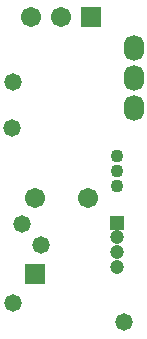
<source format=gbs>
%FSDAX25Y25*%
%MOIN*%
%SFA1B1*%

%IPPOS*%
%ADD67C,0.043430*%
%ADD68C,0.067060*%
%ADD69R,0.067060X0.067060*%
%ADD70O,0.067060X0.086740*%
%ADD71R,0.067060X0.067060*%
%ADD72C,0.047370*%
%ADD73R,0.047370X0.047370*%
%ADD74C,0.058000*%
%LNptw_ecu_original-1*%
%LPD*%
G54D67*
X0165197Y0167087D03*
Y0172008D03*
Y0162067D03*
G54D68*
X0155354Y0158228D03*
X0137638D03*
X0136496Y0218268D03*
X0146496D03*
G54D69*
X0137638Y0132638D03*
G54D70*
X0170709Y0188189D03*
Y0208189D03*
Y0198189D03*
G54D71*
X0156496Y0218268D03*
G54D72*
X0165197Y0135098D03*
Y0140020D03*
Y0144941D03*
G54D73*
X0165197Y0149862D03*
G54D74*
X0130157Y0181555D03*
X0130256Y0123189D03*
X0167264Y0116693D03*
X0133405Y0149567D03*
X0139606Y0142382D03*
X0130551Y0196713D03*
M02*
</source>
